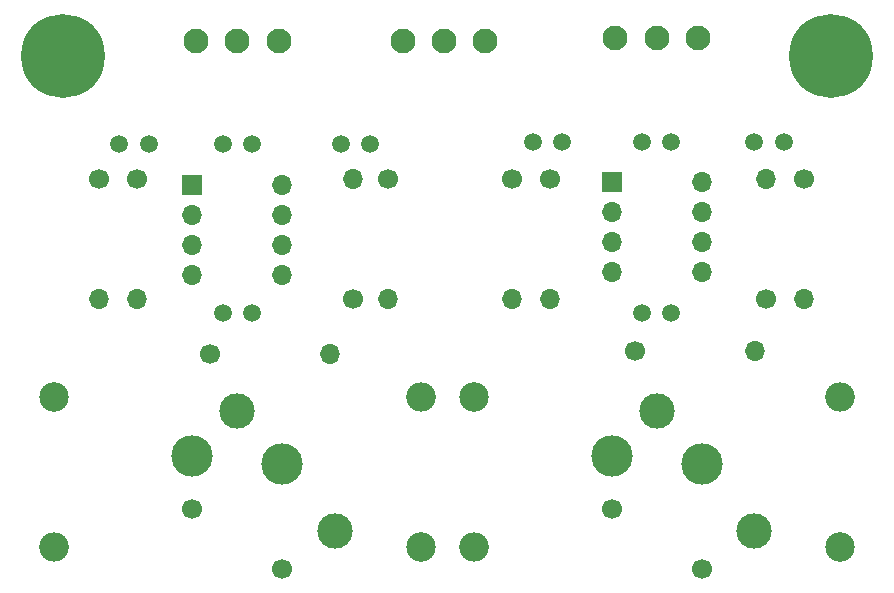
<source format=gbr>
%TF.GenerationSoftware,KiCad,Pcbnew,(5.1.6-0)*%
%TF.CreationDate,2023-05-06T13:17:05-07:00*%
%TF.ProjectId,input_buffer_bal_XLR,696e7075-745f-4627-9566-6665725f6261,rev?*%
%TF.SameCoordinates,Original*%
%TF.FileFunction,Soldermask,Top*%
%TF.FilePolarity,Negative*%
%FSLAX46Y46*%
G04 Gerber Fmt 4.6, Leading zero omitted, Abs format (unit mm)*
G04 Created by KiCad (PCBNEW (5.1.6-0)) date 2023-05-06 13:17:05*
%MOMM*%
%LPD*%
G01*
G04 APERTURE LIST*
%ADD10O,1.700000X1.700000*%
%ADD11C,1.700000*%
%ADD12C,0.900000*%
%ADD13C,7.100000*%
%ADD14R,1.700000X1.700000*%
%ADD15C,3.000000*%
%ADD16C,3.500000*%
%ADD17O,2.500000X2.500000*%
%ADD18C,2.500000*%
%ADD19C,1.500000*%
%ADD20C,2.100000*%
G04 APERTURE END LIST*
D10*
%TO.C,R6*%
X148580000Y-132500000D03*
D11*
X138420000Y-132500000D03*
%TD*%
D12*
%TO.C,H2*%
X156856155Y-105643845D03*
X155000000Y-104875000D03*
X153143845Y-105643845D03*
X152375000Y-107500000D03*
X153143845Y-109356155D03*
X155000000Y-110125000D03*
X156856155Y-109356155D03*
X157625000Y-107500000D03*
D13*
X155000000Y-107500000D03*
%TD*%
D12*
%TO.C,H1*%
X91856155Y-105643845D03*
X90000000Y-104875000D03*
X88143845Y-105643845D03*
X87375000Y-107500000D03*
X88143845Y-109356155D03*
X90000000Y-110125000D03*
X91856155Y-109356155D03*
X92625000Y-107500000D03*
D13*
X90000000Y-107500000D03*
%TD*%
D10*
%TO.C,U2*%
X144060000Y-118190000D03*
X136440000Y-125810000D03*
X144060000Y-120730000D03*
X136440000Y-123270000D03*
X144060000Y-123270000D03*
X136440000Y-120730000D03*
X144060000Y-125810000D03*
D14*
X136440000Y-118190000D03*
%TD*%
D10*
%TO.C,U1*%
X108560000Y-118440000D03*
X100940000Y-126060000D03*
X108560000Y-120980000D03*
X100940000Y-123520000D03*
X108560000Y-123520000D03*
X100940000Y-120980000D03*
X108560000Y-126060000D03*
D14*
X100940000Y-118440000D03*
%TD*%
D10*
%TO.C,R10*%
X149500000Y-117920000D03*
D11*
X149500000Y-128080000D03*
%TD*%
D10*
%TO.C,R9*%
X131250000Y-128080000D03*
D11*
X131250000Y-117920000D03*
%TD*%
D10*
%TO.C,R8*%
X114500000Y-117920000D03*
D11*
X114500000Y-128080000D03*
%TD*%
D10*
%TO.C,R7*%
X96250000Y-128080000D03*
D11*
X96250000Y-117920000D03*
%TD*%
D10*
%TO.C,R5*%
X112580000Y-132750000D03*
D11*
X102420000Y-132750000D03*
%TD*%
D10*
%TO.C,R4*%
X152750000Y-128080000D03*
D11*
X152750000Y-117920000D03*
%TD*%
D10*
%TO.C,R3*%
X128000000Y-128080000D03*
D11*
X128000000Y-117920000D03*
%TD*%
D10*
%TO.C,R2*%
X117500000Y-128080000D03*
D11*
X117500000Y-117920000D03*
%TD*%
D10*
%TO.C,R1*%
X93000000Y-128080000D03*
D11*
X93000000Y-117920000D03*
%TD*%
D15*
%TO.C,J2*%
X148500000Y-147760000D03*
D11*
X136440000Y-145850000D03*
X144060000Y-150930000D03*
D15*
X140250000Y-137590000D03*
D16*
X136440000Y-141405000D03*
X144060000Y-142040000D03*
%TD*%
D15*
%TO.C,J1*%
X113000000Y-147760000D03*
D11*
X100940000Y-145850000D03*
X108560000Y-150930000D03*
D15*
X104750000Y-137590000D03*
D16*
X100940000Y-141405000D03*
X108560000Y-142040000D03*
%TD*%
D17*
%TO.C,D4*%
X155750000Y-136400000D03*
D18*
X155750000Y-149100000D03*
%TD*%
D17*
%TO.C,D3*%
X124750000Y-149100000D03*
D18*
X124750000Y-136400000D03*
%TD*%
D17*
%TO.C,D2*%
X120250000Y-136400000D03*
D18*
X120250000Y-149100000D03*
%TD*%
D17*
%TO.C,D1*%
X89250000Y-149100000D03*
D18*
X89250000Y-136400000D03*
%TD*%
D19*
%TO.C,C8*%
X151000000Y-114750000D03*
X148500000Y-114750000D03*
%TD*%
%TO.C,C7*%
X132250000Y-114750000D03*
X129750000Y-114750000D03*
%TD*%
%TO.C,C6*%
X116000000Y-115000000D03*
X113500000Y-115000000D03*
%TD*%
%TO.C,C5*%
X97250000Y-115000000D03*
X94750000Y-115000000D03*
%TD*%
%TO.C,C4*%
X139000000Y-129250000D03*
X141500000Y-129250000D03*
%TD*%
%TO.C,C3*%
X103500000Y-129250000D03*
X106000000Y-129250000D03*
%TD*%
%TO.C,C2*%
X139000000Y-114750000D03*
X141500000Y-114750000D03*
%TD*%
%TO.C,C1*%
X103500000Y-115000000D03*
X106000000Y-115000000D03*
%TD*%
D20*
%TO.C,J5*%
X136750000Y-106000000D03*
X140250000Y-106000000D03*
X143750000Y-106000000D03*
%TD*%
%TO.C,J4*%
X101250000Y-106250000D03*
X104750000Y-106250000D03*
X108250000Y-106250000D03*
%TD*%
%TO.C,J3*%
X118750000Y-106250000D03*
X122250000Y-106250000D03*
X125750000Y-106250000D03*
%TD*%
M02*

</source>
